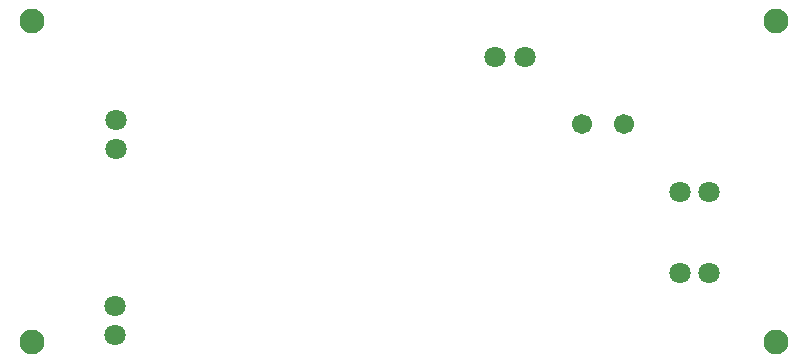
<source format=gbs>
G04 Layer: BottomSolderMaskLayer*
G04 EasyEDA Pro v2.2.45.4, 2026-01-28 09:00:24*
G04 Gerber Generator version 0.3*
G04 Scale: 100 percent, Rotated: No, Reflected: No*
G04 Dimensions in millimeters*
G04 Leading zeros omitted, absolute positions, 4 integers and 5 decimals*
G04 Generated by one-click*
%FSLAX45Y45*%
%MOMM*%
%ADD10C,1.8016*%
%ADD11C,1.7016*%
%ADD12C,2.1016*%
%ADD13C,0.8389*%
G75*


G04 Pad Start*
G54D10*
G01X5181059Y-2316480D03*
G01X5431058Y-2316480D03*
G01X5181059Y-1630680D03*
G01X5431058Y-1630680D03*
G01X3618959Y-487680D03*
G01X3868958Y-487680D03*
G54D11*
G01X4356364Y-1059177D03*
G01X4706376Y-1059177D03*
G54D10*
G01X401320Y-2592799D03*
G01X401320Y-2842798D03*
G01X406400Y-1017999D03*
G01X406400Y-1267998D03*
G54D12*
G01X-304920Y-185420D03*
G01X-304800Y-2900680D03*
G01X5999480Y-185420D03*
G01X5999480Y-2900680D03*
G04 Pad End*

M02*


</source>
